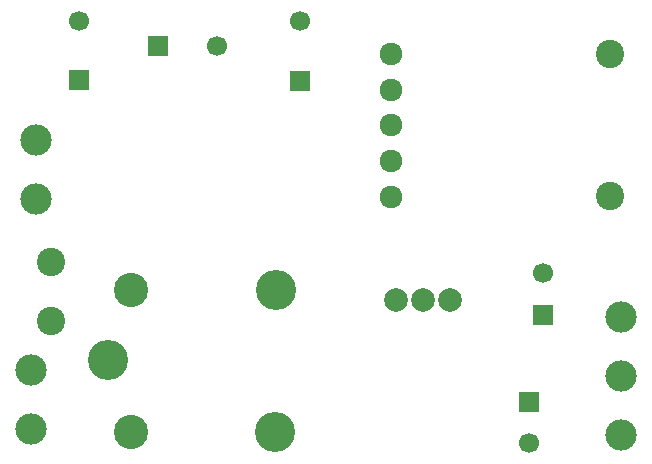
<source format=gbr>
G04 #@! TF.FileFunction,Soldermask,Top*
%FSLAX46Y46*%
G04 Gerber Fmt 4.6, Leading zero omitted, Abs format (unit mm)*
G04 Created by KiCad (PCBNEW 201611132049+7352~55~ubuntu16.04.1-product) date Tue Nov 15 13:48:38 2016*
%MOMM*%
%LPD*%
G01*
G04 APERTURE LIST*
%ADD10C,0.100000*%
%ADD11C,1.700000*%
%ADD12R,1.700000X1.700000*%
%ADD13C,2.398980*%
%ADD14C,2.900000*%
%ADD15C,3.400000*%
%ADD16C,2.650000*%
%ADD17C,2.000000*%
%ADD18C,1.924000*%
%ADD19C,2.400000*%
G04 APERTURE END LIST*
D10*
D11*
X133096000Y-114102000D03*
D12*
X133096000Y-117602000D03*
D13*
X91440000Y-113157000D03*
X91440000Y-118158260D03*
D14*
X98247200Y-127531900D03*
D15*
X110447200Y-127531900D03*
X110497200Y-115481900D03*
D14*
X98247200Y-115531900D03*
D15*
X96297200Y-121481900D03*
D12*
X93853000Y-97710000D03*
D11*
X93853000Y-92710000D03*
D12*
X112522000Y-97790000D03*
D11*
X112522000Y-92790000D03*
X131953000Y-128468000D03*
D12*
X131953000Y-124968000D03*
D16*
X139700000Y-122809000D03*
X139700000Y-127812800D03*
X139700000Y-117805200D03*
D17*
X122936000Y-116332000D03*
X120661000Y-116357000D03*
X125211000Y-116332000D03*
D18*
X120269000Y-107607100D03*
X120269000Y-104584500D03*
X120269000Y-101587300D03*
X120269000Y-98564700D03*
X120269000Y-95567500D03*
D19*
X138785600Y-107581700D03*
X138760200Y-95567500D03*
D12*
X100537000Y-94869000D03*
D11*
X105537000Y-94869000D03*
D16*
X90170000Y-107823000D03*
X90170000Y-102819200D03*
X89789000Y-127304800D03*
X89789000Y-122301000D03*
M02*

</source>
